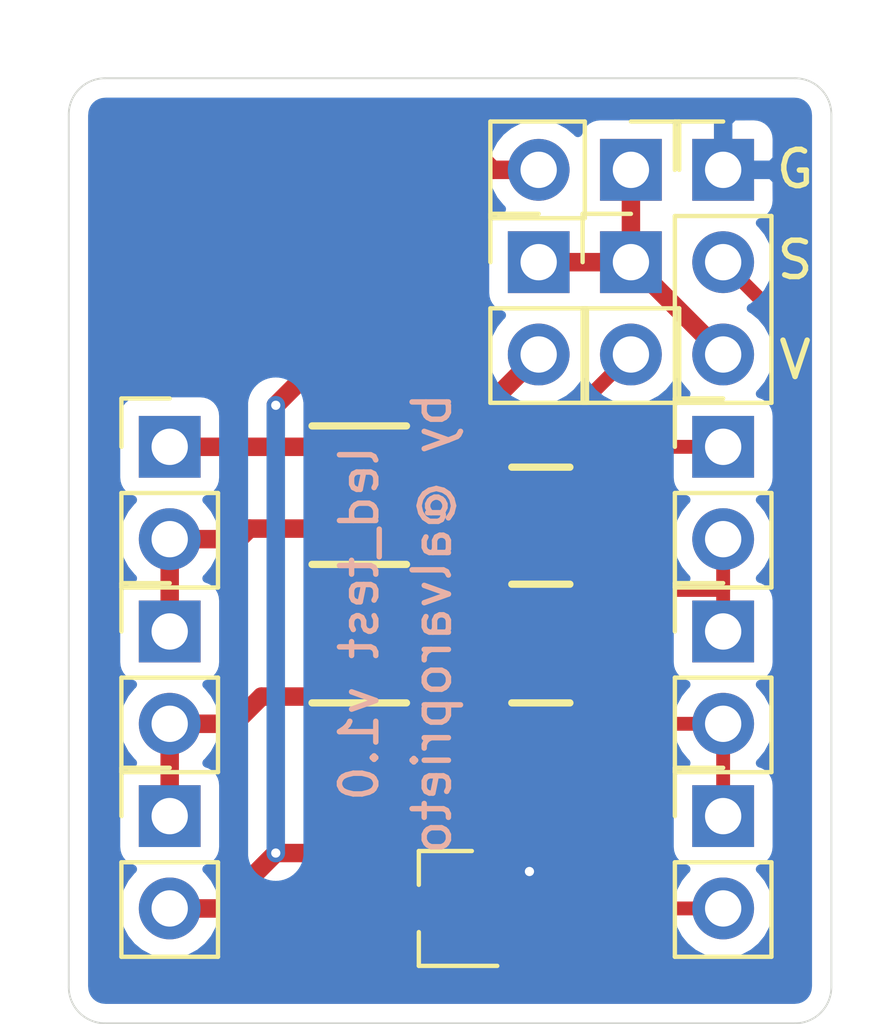
<source format=kicad_pcb>
(kicad_pcb (version 20171130) (host pcbnew "(5.1.4-0-10_14)")

  (general
    (thickness 1.6)
    (drawings 13)
    (tracks 76)
    (zones 0)
    (modules 19)
    (nets 12)
  )

  (page A4)
  (title_block
    (title "LED Test")
    (date 2019-12-11)
    (rev 1.0)
    (company @alvaroprieto)
  )

  (layers
    (0 F.Cu signal)
    (31 B.Cu signal)
    (32 B.Adhes user)
    (33 F.Adhes user)
    (34 B.Paste user)
    (35 F.Paste user)
    (36 B.SilkS user)
    (37 F.SilkS user)
    (38 B.Mask user)
    (39 F.Mask user)
    (40 Dwgs.User user)
    (41 Cmts.User user)
    (42 Eco1.User user)
    (43 Eco2.User user)
    (44 Edge.Cuts user)
    (45 Margin user)
    (46 B.CrtYd user)
    (47 F.CrtYd user)
    (48 B.Fab user)
    (49 F.Fab user)
  )

  (setup
    (last_trace_width 0.381)
    (user_trace_width 0.1524)
    (user_trace_width 0.2032)
    (user_trace_width 0.254)
    (user_trace_width 0.3048)
    (user_trace_width 0.381)
    (user_trace_width 0.508)
    (trace_clearance 0.1524)
    (zone_clearance 0.508)
    (zone_45_only no)
    (trace_min 0.1524)
    (via_size 0.508)
    (via_drill 0.254)
    (via_min_size 0.508)
    (via_min_drill 0.254)
    (user_via 0.508 0.254)
    (uvia_size 0.508)
    (uvia_drill 0.254)
    (uvias_allowed no)
    (uvia_min_size 0.508)
    (uvia_min_drill 0.254)
    (edge_width 0.05)
    (segment_width 0.2)
    (pcb_text_width 0.3)
    (pcb_text_size 1.5 1.5)
    (mod_edge_width 0.12)
    (mod_text_size 1 1)
    (mod_text_width 0.15)
    (pad_size 1.524 1.524)
    (pad_drill 0.762)
    (pad_to_mask_clearance 0.051)
    (solder_mask_min_width 0.25)
    (aux_axis_origin 0 0)
    (visible_elements FFFDFF7F)
    (pcbplotparams
      (layerselection 0x010fc_ffffffff)
      (usegerberextensions false)
      (usegerberattributes false)
      (usegerberadvancedattributes false)
      (creategerberjobfile false)
      (excludeedgelayer true)
      (linewidth 0.100000)
      (plotframeref false)
      (viasonmask false)
      (mode 1)
      (useauxorigin false)
      (hpglpennumber 1)
      (hpglpenspeed 20)
      (hpglpendiameter 15.000000)
      (psnegative false)
      (psa4output false)
      (plotreference true)
      (plotvalue true)
      (plotinvisibletext false)
      (padsonsilk false)
      (subtractmaskfromsilk false)
      (outputformat 1)
      (mirror false)
      (drillshape 1)
      (scaleselection 1)
      (outputdirectory ""))
  )

  (net 0 "")
  (net 1 "Net-(D1-Pad1)")
  (net 2 "Net-(D1-Pad2)")
  (net 3 "Net-(D2-Pad2)")
  (net 4 "Net-(D3-Pad2)")
  (net 5 "Net-(D4-Pad1)")
  (net 6 "Net-(D4-Pad2)")
  (net 7 "Net-(D5-Pad2)")
  (net 8 GND)
  (net 9 "Net-(J1-Pad2)")
  (net 10 VDD)
  (net 11 "Net-(J2-Pad2)")

  (net_class Default "This is the default net class."
    (clearance 0.1524)
    (trace_width 0.1524)
    (via_dia 0.508)
    (via_drill 0.254)
    (uvia_dia 0.508)
    (uvia_drill 0.254)
    (diff_pair_width 0.1524)
    (diff_pair_gap 0.1524)
    (add_net GND)
    (add_net "Net-(D1-Pad1)")
    (add_net "Net-(D1-Pad2)")
    (add_net "Net-(D2-Pad2)")
    (add_net "Net-(D3-Pad2)")
    (add_net "Net-(D4-Pad1)")
    (add_net "Net-(D4-Pad2)")
    (add_net "Net-(D5-Pad2)")
    (add_net "Net-(J1-Pad2)")
    (add_net "Net-(J2-Pad2)")
    (add_net VDD)
  )

  (module alvarop:OSRAM_LV_CQBP (layer F.Cu) (tedit 5DF181D6) (tstamp 5DF1D049)
    (at 150 105.265 270)
    (path /5DF263A6)
    (fp_text reference D1 (at 0 2.5 90) (layer F.SilkS) hide
      (effects (font (size 1 1) (thickness 0.15)))
    )
    (fp_text value LED_ALT (at 0 -2.25 90) (layer F.Fab)
      (effects (font (size 1 1) (thickness 0.15)))
    )
    (fp_line (start -1.7 1.3) (end -1.7 -1.3) (layer F.SilkS) (width 0.2))
    (pad "" smd rect (at 0 0.725 270) (size 0.9 1.15) (layers F.Paste))
    (pad "" smd rect (at -1.125 0 270) (size 0.4 2.8) (layers F.Paste))
    (pad "" smd rect (at 0 -0.725 270) (size 0.9 1.15) (layers F.Paste))
    (pad "" smd rect (at 1.125 0 270) (size 0.4 2.8) (layers F.Paste))
    (pad "" smd rect (at 0 0 270) (size 1 2.8) (layers F.Cu F.Mask))
    (pad 2 smd rect (at 1.125 0 270) (size 0.55 2.8) (layers F.Cu F.Mask)
      (net 2 "Net-(D1-Pad2)"))
    (pad 1 smd rect (at -1.125 0 270) (size 0.55 2.8) (layers F.Cu F.Mask)
      (net 1 "Net-(D1-Pad1)"))
  )

  (module alvarop:OSRAM_LV_CQBP (layer F.Cu) (tedit 5DF181D6) (tstamp 5DF1CC74)
    (at 150 109.075 270)
    (path /5DF263B1)
    (fp_text reference D2 (at 0 2.5 90) (layer F.SilkS) hide
      (effects (font (size 1 1) (thickness 0.15)))
    )
    (fp_text value LED_ALT (at 0 -2.25 90) (layer F.Fab)
      (effects (font (size 1 1) (thickness 0.15)))
    )
    (fp_line (start -1.7 1.3) (end -1.7 -1.3) (layer F.SilkS) (width 0.2))
    (pad "" smd rect (at 0 0.725 270) (size 0.9 1.15) (layers F.Paste))
    (pad "" smd rect (at -1.125 0 270) (size 0.4 2.8) (layers F.Paste))
    (pad "" smd rect (at 0 -0.725 270) (size 0.9 1.15) (layers F.Paste))
    (pad "" smd rect (at 1.125 0 270) (size 0.4 2.8) (layers F.Paste))
    (pad "" smd rect (at 0 0 270) (size 1 2.8) (layers F.Cu F.Mask))
    (pad 2 smd rect (at 1.125 0 270) (size 0.55 2.8) (layers F.Cu F.Mask)
      (net 3 "Net-(D2-Pad2)"))
    (pad 1 smd rect (at -1.125 0 270) (size 0.55 2.8) (layers F.Cu F.Mask)
      (net 2 "Net-(D1-Pad2)"))
  )

  (module alvarop:OSRAM_LV_CQBP (layer F.Cu) (tedit 5DF181D6) (tstamp 5DF1CC80)
    (at 150 112.885 270)
    (path /5DF263BB)
    (fp_text reference D3 (at 0 2.5 90) (layer F.SilkS) hide
      (effects (font (size 1 1) (thickness 0.15)))
    )
    (fp_text value LED_ALT (at 0 -2.25 90) (layer F.Fab)
      (effects (font (size 1 1) (thickness 0.15)))
    )
    (fp_line (start -1.7 1.3) (end -1.7 -1.3) (layer F.SilkS) (width 0.2))
    (pad "" smd rect (at 0 0.725 270) (size 0.9 1.15) (layers F.Paste))
    (pad "" smd rect (at -1.125 0 270) (size 0.4 2.8) (layers F.Paste))
    (pad "" smd rect (at 0 -0.725 270) (size 0.9 1.15) (layers F.Paste))
    (pad "" smd rect (at 1.125 0 270) (size 0.4 2.8) (layers F.Paste))
    (pad "" smd rect (at 0 0 270) (size 1 2.8) (layers F.Cu F.Mask))
    (pad 2 smd rect (at 1.125 0 270) (size 0.55 2.8) (layers F.Cu F.Mask)
      (net 4 "Net-(D3-Pad2)"))
    (pad 1 smd rect (at -1.125 0 270) (size 0.55 2.8) (layers F.Cu F.Mask)
      (net 3 "Net-(D2-Pad2)"))
  )

  (module alvarop:LUXEON_L1C1 (layer F.Cu) (tedit 5DF181C4) (tstamp 5DF1CC8B)
    (at 155 106 270)
    (path /5DF0A7D3)
    (fp_text reference D4 (at 0 2 90) (layer F.SilkS) hide
      (effects (font (size 1 1) (thickness 0.15)))
    )
    (fp_text value LED_ALT (at 0 -1.6 90) (layer F.Fab)
      (effects (font (size 1 1) (thickness 0.15)))
    )
    (fp_line (start -1.3 0.8) (end -1.3 -0.8) (layer F.SilkS) (width 0.2))
    (pad "" smd roundrect (at 0 0 270) (size 0.5 1.7) (layers F.Paste) (roundrect_rratio 0.25))
    (pad "" smd roundrect (at 0.725 0 270) (size 0.25 1.7) (layers F.Paste) (roundrect_rratio 0.25))
    (pad "" smd roundrect (at -0.725 0 270) (size 0.25 1.7) (layers F.Paste) (roundrect_rratio 0.25))
    (pad "" smd roundrect (at 0 0 270) (size 0.69 1.8) (layers F.Cu F.Mask) (roundrect_rratio 0.25))
    (pad 2 smd roundrect (at 0.725 0 270) (size 0.405 1.8) (layers F.Cu F.Mask) (roundrect_rratio 0.25)
      (net 6 "Net-(D4-Pad2)"))
    (pad 1 smd roundrect (at -0.725 0 270) (size 0.405 1.8) (layers F.Cu F.Mask) (roundrect_rratio 0.25)
      (net 5 "Net-(D4-Pad1)"))
  )

  (module alvarop:LUXEON_L1C1 (layer F.Cu) (tedit 5DF181C4) (tstamp 5DF1CC96)
    (at 155 109.22 270)
    (path /5DF146DD)
    (fp_text reference D5 (at 0 2 90) (layer F.SilkS) hide
      (effects (font (size 1 1) (thickness 0.15)))
    )
    (fp_text value LED_ALT (at 0 -1.6 90) (layer F.Fab)
      (effects (font (size 1 1) (thickness 0.15)))
    )
    (fp_line (start -1.3 0.8) (end -1.3 -0.8) (layer F.SilkS) (width 0.2))
    (pad "" smd roundrect (at 0 0 270) (size 0.5 1.7) (layers F.Paste) (roundrect_rratio 0.25))
    (pad "" smd roundrect (at 0.725 0 270) (size 0.25 1.7) (layers F.Paste) (roundrect_rratio 0.25))
    (pad "" smd roundrect (at -0.725 0 270) (size 0.25 1.7) (layers F.Paste) (roundrect_rratio 0.25))
    (pad "" smd roundrect (at 0 0 270) (size 0.69 1.8) (layers F.Cu F.Mask) (roundrect_rratio 0.25))
    (pad 2 smd roundrect (at 0.725 0 270) (size 0.405 1.8) (layers F.Cu F.Mask) (roundrect_rratio 0.25)
      (net 7 "Net-(D5-Pad2)"))
    (pad 1 smd roundrect (at -0.725 0 270) (size 0.405 1.8) (layers F.Cu F.Mask) (roundrect_rratio 0.25)
      (net 6 "Net-(D4-Pad2)"))
  )

  (module alvarop:LUXEON_L1C1 (layer F.Cu) (tedit 5DF181C4) (tstamp 5DF1CCA1)
    (at 155 112.485 270)
    (path /5DF14D64)
    (fp_text reference D6 (at 0 2 90) (layer F.SilkS) hide
      (effects (font (size 1 1) (thickness 0.15)))
    )
    (fp_text value LED_ALT (at 0 -1.6 90) (layer F.Fab)
      (effects (font (size 1 1) (thickness 0.15)))
    )
    (fp_line (start -1.3 0.8) (end -1.3 -0.8) (layer F.SilkS) (width 0.2))
    (pad "" smd roundrect (at 0 0 270) (size 0.5 1.7) (layers F.Paste) (roundrect_rratio 0.25))
    (pad "" smd roundrect (at 0.725 0 270) (size 0.25 1.7) (layers F.Paste) (roundrect_rratio 0.25))
    (pad "" smd roundrect (at -0.725 0 270) (size 0.25 1.7) (layers F.Paste) (roundrect_rratio 0.25))
    (pad "" smd roundrect (at 0 0 270) (size 0.69 1.8) (layers F.Cu F.Mask) (roundrect_rratio 0.25))
    (pad 2 smd roundrect (at 0.725 0 270) (size 0.405 1.8) (layers F.Cu F.Mask) (roundrect_rratio 0.25)
      (net 4 "Net-(D3-Pad2)"))
    (pad 1 smd roundrect (at -0.725 0 270) (size 0.405 1.8) (layers F.Cu F.Mask) (roundrect_rratio 0.25)
      (net 7 "Net-(D5-Pad2)"))
  )

  (module Connector_PinHeader_2.54mm:PinHeader_1x03_P2.54mm_Vertical (layer F.Cu) (tedit 59FED5CC) (tstamp 5DF1D2B7)
    (at 160.02 96.52)
    (descr "Through hole straight pin header, 1x03, 2.54mm pitch, single row")
    (tags "Through hole pin header THT 1x03 2.54mm single row")
    (path /5DF28A81)
    (fp_text reference J1 (at 0 -2.33) (layer F.SilkS) hide
      (effects (font (size 1 1) (thickness 0.15)))
    )
    (fp_text value Conn_01x03 (at 0 7.41) (layer F.Fab)
      (effects (font (size 1 1) (thickness 0.15)))
    )
    (fp_text user %R (at 0 2.54 90) (layer F.Fab)
      (effects (font (size 1 1) (thickness 0.15)))
    )
    (fp_line (start 1.8 -1.8) (end -1.8 -1.8) (layer F.CrtYd) (width 0.05))
    (fp_line (start 1.8 6.85) (end 1.8 -1.8) (layer F.CrtYd) (width 0.05))
    (fp_line (start -1.8 6.85) (end 1.8 6.85) (layer F.CrtYd) (width 0.05))
    (fp_line (start -1.8 -1.8) (end -1.8 6.85) (layer F.CrtYd) (width 0.05))
    (fp_line (start -1.33 -1.33) (end 0 -1.33) (layer F.SilkS) (width 0.12))
    (fp_line (start -1.33 0) (end -1.33 -1.33) (layer F.SilkS) (width 0.12))
    (fp_line (start -1.33 1.27) (end 1.33 1.27) (layer F.SilkS) (width 0.12))
    (fp_line (start 1.33 1.27) (end 1.33 6.41) (layer F.SilkS) (width 0.12))
    (fp_line (start -1.33 1.27) (end -1.33 6.41) (layer F.SilkS) (width 0.12))
    (fp_line (start -1.33 6.41) (end 1.33 6.41) (layer F.SilkS) (width 0.12))
    (fp_line (start -1.27 -0.635) (end -0.635 -1.27) (layer F.Fab) (width 0.1))
    (fp_line (start -1.27 6.35) (end -1.27 -0.635) (layer F.Fab) (width 0.1))
    (fp_line (start 1.27 6.35) (end -1.27 6.35) (layer F.Fab) (width 0.1))
    (fp_line (start 1.27 -1.27) (end 1.27 6.35) (layer F.Fab) (width 0.1))
    (fp_line (start -0.635 -1.27) (end 1.27 -1.27) (layer F.Fab) (width 0.1))
    (pad 3 thru_hole oval (at 0 5.08) (size 1.7 1.7) (drill 1) (layers *.Cu *.Mask)
      (net 10 VDD))
    (pad 2 thru_hole oval (at 0 2.54) (size 1.7 1.7) (drill 1) (layers *.Cu *.Mask)
      (net 9 "Net-(J1-Pad2)"))
    (pad 1 thru_hole rect (at 0 0) (size 1.7 1.7) (drill 1) (layers *.Cu *.Mask)
      (net 8 GND))
    (model ${KISYS3DMOD}/Connector_PinHeader_2.54mm.3dshapes/PinHeader_1x03_P2.54mm_Vertical.wrl
      (at (xyz 0 0 0))
      (scale (xyz 1 1 1))
      (rotate (xyz 0 0 0))
    )
  )

  (module Connector_PinHeader_2.54mm:PinHeader_1x02_P2.54mm_Vertical (layer F.Cu) (tedit 59FED5CC) (tstamp 5DF1D350)
    (at 157.48 96.52 270)
    (descr "Through hole straight pin header, 1x02, 2.54mm pitch, single row")
    (tags "Through hole pin header THT 1x02 2.54mm single row")
    (path /5DFB23F6)
    (fp_text reference J2 (at 0 -2.33 90) (layer F.SilkS) hide
      (effects (font (size 1 1) (thickness 0.15)))
    )
    (fp_text value Conn_01x02 (at 0 4.87 90) (layer F.Fab)
      (effects (font (size 1 1) (thickness 0.15)))
    )
    (fp_text user %R (at 0 1.27) (layer F.Fab)
      (effects (font (size 1 1) (thickness 0.15)))
    )
    (fp_line (start 1.8 -1.8) (end -1.8 -1.8) (layer F.CrtYd) (width 0.05))
    (fp_line (start 1.8 4.35) (end 1.8 -1.8) (layer F.CrtYd) (width 0.05))
    (fp_line (start -1.8 4.35) (end 1.8 4.35) (layer F.CrtYd) (width 0.05))
    (fp_line (start -1.8 -1.8) (end -1.8 4.35) (layer F.CrtYd) (width 0.05))
    (fp_line (start -1.33 -1.33) (end 0 -1.33) (layer F.SilkS) (width 0.12))
    (fp_line (start -1.33 0) (end -1.33 -1.33) (layer F.SilkS) (width 0.12))
    (fp_line (start -1.33 1.27) (end 1.33 1.27) (layer F.SilkS) (width 0.12))
    (fp_line (start 1.33 1.27) (end 1.33 3.87) (layer F.SilkS) (width 0.12))
    (fp_line (start -1.33 1.27) (end -1.33 3.87) (layer F.SilkS) (width 0.12))
    (fp_line (start -1.33 3.87) (end 1.33 3.87) (layer F.SilkS) (width 0.12))
    (fp_line (start -1.27 -0.635) (end -0.635 -1.27) (layer F.Fab) (width 0.1))
    (fp_line (start -1.27 3.81) (end -1.27 -0.635) (layer F.Fab) (width 0.1))
    (fp_line (start 1.27 3.81) (end -1.27 3.81) (layer F.Fab) (width 0.1))
    (fp_line (start 1.27 -1.27) (end 1.27 3.81) (layer F.Fab) (width 0.1))
    (fp_line (start -0.635 -1.27) (end 1.27 -1.27) (layer F.Fab) (width 0.1))
    (pad 2 thru_hole oval (at 0 2.54 270) (size 1.7 1.7) (drill 1) (layers *.Cu *.Mask)
      (net 11 "Net-(J2-Pad2)"))
    (pad 1 thru_hole rect (at 0 0 270) (size 1.7 1.7) (drill 1) (layers *.Cu *.Mask)
      (net 10 VDD))
    (model ${KISYS3DMOD}/Connector_PinHeader_2.54mm.3dshapes/PinHeader_1x02_P2.54mm_Vertical.wrl
      (at (xyz 0 0 0))
      (scale (xyz 1 1 1))
      (rotate (xyz 0 0 0))
    )
  )

  (module Connector_PinHeader_2.54mm:PinHeader_1x02_P2.54mm_Vertical (layer F.Cu) (tedit 59FED5CC) (tstamp 5DF1CCE4)
    (at 154.94 99.06)
    (descr "Through hole straight pin header, 1x02, 2.54mm pitch, single row")
    (tags "Through hole pin header THT 1x02 2.54mm single row")
    (path /5DF9B8D9)
    (fp_text reference J3 (at 0 -2.33) (layer F.SilkS) hide
      (effects (font (size 1 1) (thickness 0.15)))
    )
    (fp_text value Conn_01x02 (at 0 4.87) (layer F.Fab)
      (effects (font (size 1 1) (thickness 0.15)))
    )
    (fp_text user %R (at 0 1.27 90) (layer F.Fab)
      (effects (font (size 1 1) (thickness 0.15)))
    )
    (fp_line (start 1.8 -1.8) (end -1.8 -1.8) (layer F.CrtYd) (width 0.05))
    (fp_line (start 1.8 4.35) (end 1.8 -1.8) (layer F.CrtYd) (width 0.05))
    (fp_line (start -1.8 4.35) (end 1.8 4.35) (layer F.CrtYd) (width 0.05))
    (fp_line (start -1.8 -1.8) (end -1.8 4.35) (layer F.CrtYd) (width 0.05))
    (fp_line (start -1.33 -1.33) (end 0 -1.33) (layer F.SilkS) (width 0.12))
    (fp_line (start -1.33 0) (end -1.33 -1.33) (layer F.SilkS) (width 0.12))
    (fp_line (start -1.33 1.27) (end 1.33 1.27) (layer F.SilkS) (width 0.12))
    (fp_line (start 1.33 1.27) (end 1.33 3.87) (layer F.SilkS) (width 0.12))
    (fp_line (start -1.33 1.27) (end -1.33 3.87) (layer F.SilkS) (width 0.12))
    (fp_line (start -1.33 3.87) (end 1.33 3.87) (layer F.SilkS) (width 0.12))
    (fp_line (start -1.27 -0.635) (end -0.635 -1.27) (layer F.Fab) (width 0.1))
    (fp_line (start -1.27 3.81) (end -1.27 -0.635) (layer F.Fab) (width 0.1))
    (fp_line (start 1.27 3.81) (end -1.27 3.81) (layer F.Fab) (width 0.1))
    (fp_line (start 1.27 -1.27) (end 1.27 3.81) (layer F.Fab) (width 0.1))
    (fp_line (start -0.635 -1.27) (end 1.27 -1.27) (layer F.Fab) (width 0.1))
    (pad 2 thru_hole oval (at 0 2.54) (size 1.7 1.7) (drill 1) (layers *.Cu *.Mask)
      (net 1 "Net-(D1-Pad1)"))
    (pad 1 thru_hole rect (at 0 0) (size 1.7 1.7) (drill 1) (layers *.Cu *.Mask)
      (net 10 VDD))
    (model ${KISYS3DMOD}/Connector_PinHeader_2.54mm.3dshapes/PinHeader_1x02_P2.54mm_Vertical.wrl
      (at (xyz 0 0 0))
      (scale (xyz 1 1 1))
      (rotate (xyz 0 0 0))
    )
  )

  (module Connector_PinHeader_2.54mm:PinHeader_1x02_P2.54mm_Vertical (layer F.Cu) (tedit 59FED5CC) (tstamp 5DF1CCFA)
    (at 144.78 104.14)
    (descr "Through hole straight pin header, 1x02, 2.54mm pitch, single row")
    (tags "Through hole pin header THT 1x02 2.54mm single row")
    (path /5DF7CC67)
    (fp_text reference J4 (at 2 1 90) (layer F.SilkS) hide
      (effects (font (size 1 1) (thickness 0.15)))
    )
    (fp_text value Conn_01x02 (at 0 4.87) (layer F.Fab)
      (effects (font (size 1 1) (thickness 0.15)))
    )
    (fp_text user %R (at 0 1.27 90) (layer F.Fab)
      (effects (font (size 1 1) (thickness 0.15)))
    )
    (fp_line (start 1.8 -1.8) (end -1.8 -1.8) (layer F.CrtYd) (width 0.05))
    (fp_line (start 1.8 4.35) (end 1.8 -1.8) (layer F.CrtYd) (width 0.05))
    (fp_line (start -1.8 4.35) (end 1.8 4.35) (layer F.CrtYd) (width 0.05))
    (fp_line (start -1.8 -1.8) (end -1.8 4.35) (layer F.CrtYd) (width 0.05))
    (fp_line (start -1.33 -1.33) (end 0 -1.33) (layer F.SilkS) (width 0.12))
    (fp_line (start -1.33 0) (end -1.33 -1.33) (layer F.SilkS) (width 0.12))
    (fp_line (start -1.33 1.27) (end 1.33 1.27) (layer F.SilkS) (width 0.12))
    (fp_line (start 1.33 1.27) (end 1.33 3.87) (layer F.SilkS) (width 0.12))
    (fp_line (start -1.33 1.27) (end -1.33 3.87) (layer F.SilkS) (width 0.12))
    (fp_line (start -1.33 3.87) (end 1.33 3.87) (layer F.SilkS) (width 0.12))
    (fp_line (start -1.27 -0.635) (end -0.635 -1.27) (layer F.Fab) (width 0.1))
    (fp_line (start -1.27 3.81) (end -1.27 -0.635) (layer F.Fab) (width 0.1))
    (fp_line (start 1.27 3.81) (end -1.27 3.81) (layer F.Fab) (width 0.1))
    (fp_line (start 1.27 -1.27) (end 1.27 3.81) (layer F.Fab) (width 0.1))
    (fp_line (start -0.635 -1.27) (end 1.27 -1.27) (layer F.Fab) (width 0.1))
    (pad 2 thru_hole oval (at 0 2.54) (size 1.7 1.7) (drill 1) (layers *.Cu *.Mask)
      (net 2 "Net-(D1-Pad2)"))
    (pad 1 thru_hole rect (at 0 0) (size 1.7 1.7) (drill 1) (layers *.Cu *.Mask)
      (net 1 "Net-(D1-Pad1)"))
    (model ${KISYS3DMOD}/Connector_PinHeader_2.54mm.3dshapes/PinHeader_1x02_P2.54mm_Vertical.wrl
      (at (xyz 0 0 0))
      (scale (xyz 1 1 1))
      (rotate (xyz 0 0 0))
    )
  )

  (module Connector_PinHeader_2.54mm:PinHeader_1x02_P2.54mm_Vertical (layer F.Cu) (tedit 59FED5CC) (tstamp 5DF1CD10)
    (at 144.78 109.22)
    (descr "Through hole straight pin header, 1x02, 2.54mm pitch, single row")
    (tags "Through hole pin header THT 1x02 2.54mm single row")
    (path /5DF7CC71)
    (fp_text reference J5 (at 2 1 90) (layer F.SilkS) hide
      (effects (font (size 1 1) (thickness 0.15)))
    )
    (fp_text value Conn_01x02 (at 0 4.87) (layer F.Fab)
      (effects (font (size 1 1) (thickness 0.15)))
    )
    (fp_text user %R (at 0 1.27 90) (layer F.Fab)
      (effects (font (size 1 1) (thickness 0.15)))
    )
    (fp_line (start 1.8 -1.8) (end -1.8 -1.8) (layer F.CrtYd) (width 0.05))
    (fp_line (start 1.8 4.35) (end 1.8 -1.8) (layer F.CrtYd) (width 0.05))
    (fp_line (start -1.8 4.35) (end 1.8 4.35) (layer F.CrtYd) (width 0.05))
    (fp_line (start -1.8 -1.8) (end -1.8 4.35) (layer F.CrtYd) (width 0.05))
    (fp_line (start -1.33 -1.33) (end 0 -1.33) (layer F.SilkS) (width 0.12))
    (fp_line (start -1.33 0) (end -1.33 -1.33) (layer F.SilkS) (width 0.12))
    (fp_line (start -1.33 1.27) (end 1.33 1.27) (layer F.SilkS) (width 0.12))
    (fp_line (start 1.33 1.27) (end 1.33 3.87) (layer F.SilkS) (width 0.12))
    (fp_line (start -1.33 1.27) (end -1.33 3.87) (layer F.SilkS) (width 0.12))
    (fp_line (start -1.33 3.87) (end 1.33 3.87) (layer F.SilkS) (width 0.12))
    (fp_line (start -1.27 -0.635) (end -0.635 -1.27) (layer F.Fab) (width 0.1))
    (fp_line (start -1.27 3.81) (end -1.27 -0.635) (layer F.Fab) (width 0.1))
    (fp_line (start 1.27 3.81) (end -1.27 3.81) (layer F.Fab) (width 0.1))
    (fp_line (start 1.27 -1.27) (end 1.27 3.81) (layer F.Fab) (width 0.1))
    (fp_line (start -0.635 -1.27) (end 1.27 -1.27) (layer F.Fab) (width 0.1))
    (pad 2 thru_hole oval (at 0 2.54) (size 1.7 1.7) (drill 1) (layers *.Cu *.Mask)
      (net 3 "Net-(D2-Pad2)"))
    (pad 1 thru_hole rect (at 0 0) (size 1.7 1.7) (drill 1) (layers *.Cu *.Mask)
      (net 2 "Net-(D1-Pad2)"))
    (model ${KISYS3DMOD}/Connector_PinHeader_2.54mm.3dshapes/PinHeader_1x02_P2.54mm_Vertical.wrl
      (at (xyz 0 0 0))
      (scale (xyz 1 1 1))
      (rotate (xyz 0 0 0))
    )
  )

  (module Connector_PinHeader_2.54mm:PinHeader_1x02_P2.54mm_Vertical (layer F.Cu) (tedit 59FED5CC) (tstamp 5DF1CD26)
    (at 144.78 114.3)
    (descr "Through hole straight pin header, 1x02, 2.54mm pitch, single row")
    (tags "Through hole pin header THT 1x02 2.54mm single row")
    (path /5DF7CC7B)
    (fp_text reference J6 (at 2 1 90) (layer F.SilkS) hide
      (effects (font (size 1 1) (thickness 0.15)))
    )
    (fp_text value Conn_01x02 (at 0 4.87) (layer F.Fab)
      (effects (font (size 1 1) (thickness 0.15)))
    )
    (fp_text user %R (at 0 1.27 90) (layer F.Fab)
      (effects (font (size 1 1) (thickness 0.15)))
    )
    (fp_line (start 1.8 -1.8) (end -1.8 -1.8) (layer F.CrtYd) (width 0.05))
    (fp_line (start 1.8 4.35) (end 1.8 -1.8) (layer F.CrtYd) (width 0.05))
    (fp_line (start -1.8 4.35) (end 1.8 4.35) (layer F.CrtYd) (width 0.05))
    (fp_line (start -1.8 -1.8) (end -1.8 4.35) (layer F.CrtYd) (width 0.05))
    (fp_line (start -1.33 -1.33) (end 0 -1.33) (layer F.SilkS) (width 0.12))
    (fp_line (start -1.33 0) (end -1.33 -1.33) (layer F.SilkS) (width 0.12))
    (fp_line (start -1.33 1.27) (end 1.33 1.27) (layer F.SilkS) (width 0.12))
    (fp_line (start 1.33 1.27) (end 1.33 3.87) (layer F.SilkS) (width 0.12))
    (fp_line (start -1.33 1.27) (end -1.33 3.87) (layer F.SilkS) (width 0.12))
    (fp_line (start -1.33 3.87) (end 1.33 3.87) (layer F.SilkS) (width 0.12))
    (fp_line (start -1.27 -0.635) (end -0.635 -1.27) (layer F.Fab) (width 0.1))
    (fp_line (start -1.27 3.81) (end -1.27 -0.635) (layer F.Fab) (width 0.1))
    (fp_line (start 1.27 3.81) (end -1.27 3.81) (layer F.Fab) (width 0.1))
    (fp_line (start 1.27 -1.27) (end 1.27 3.81) (layer F.Fab) (width 0.1))
    (fp_line (start -0.635 -1.27) (end 1.27 -1.27) (layer F.Fab) (width 0.1))
    (pad 2 thru_hole oval (at 0 2.54) (size 1.7 1.7) (drill 1) (layers *.Cu *.Mask)
      (net 4 "Net-(D3-Pad2)"))
    (pad 1 thru_hole rect (at 0 0) (size 1.7 1.7) (drill 1) (layers *.Cu *.Mask)
      (net 3 "Net-(D2-Pad2)"))
    (model ${KISYS3DMOD}/Connector_PinHeader_2.54mm.3dshapes/PinHeader_1x02_P2.54mm_Vertical.wrl
      (at (xyz 0 0 0))
      (scale (xyz 1 1 1))
      (rotate (xyz 0 0 0))
    )
  )

  (module Connector_PinHeader_2.54mm:PinHeader_1x02_P2.54mm_Vertical (layer F.Cu) (tedit 59FED5CC) (tstamp 5DF1CD3C)
    (at 157.48 99.06)
    (descr "Through hole straight pin header, 1x02, 2.54mm pitch, single row")
    (tags "Through hole pin header THT 1x02 2.54mm single row")
    (path /5DF9B485)
    (fp_text reference J7 (at 0 -2.33) (layer F.SilkS) hide
      (effects (font (size 1 1) (thickness 0.15)))
    )
    (fp_text value Conn_01x02 (at 0 4.87) (layer F.Fab)
      (effects (font (size 1 1) (thickness 0.15)))
    )
    (fp_text user %R (at 0 1.27 90) (layer F.Fab)
      (effects (font (size 1 1) (thickness 0.15)))
    )
    (fp_line (start 1.8 -1.8) (end -1.8 -1.8) (layer F.CrtYd) (width 0.05))
    (fp_line (start 1.8 4.35) (end 1.8 -1.8) (layer F.CrtYd) (width 0.05))
    (fp_line (start -1.8 4.35) (end 1.8 4.35) (layer F.CrtYd) (width 0.05))
    (fp_line (start -1.8 -1.8) (end -1.8 4.35) (layer F.CrtYd) (width 0.05))
    (fp_line (start -1.33 -1.33) (end 0 -1.33) (layer F.SilkS) (width 0.12))
    (fp_line (start -1.33 0) (end -1.33 -1.33) (layer F.SilkS) (width 0.12))
    (fp_line (start -1.33 1.27) (end 1.33 1.27) (layer F.SilkS) (width 0.12))
    (fp_line (start 1.33 1.27) (end 1.33 3.87) (layer F.SilkS) (width 0.12))
    (fp_line (start -1.33 1.27) (end -1.33 3.87) (layer F.SilkS) (width 0.12))
    (fp_line (start -1.33 3.87) (end 1.33 3.87) (layer F.SilkS) (width 0.12))
    (fp_line (start -1.27 -0.635) (end -0.635 -1.27) (layer F.Fab) (width 0.1))
    (fp_line (start -1.27 3.81) (end -1.27 -0.635) (layer F.Fab) (width 0.1))
    (fp_line (start 1.27 3.81) (end -1.27 3.81) (layer F.Fab) (width 0.1))
    (fp_line (start 1.27 -1.27) (end 1.27 3.81) (layer F.Fab) (width 0.1))
    (fp_line (start -0.635 -1.27) (end 1.27 -1.27) (layer F.Fab) (width 0.1))
    (pad 2 thru_hole oval (at 0 2.54) (size 1.7 1.7) (drill 1) (layers *.Cu *.Mask)
      (net 5 "Net-(D4-Pad1)"))
    (pad 1 thru_hole rect (at 0 0) (size 1.7 1.7) (drill 1) (layers *.Cu *.Mask)
      (net 10 VDD))
    (model ${KISYS3DMOD}/Connector_PinHeader_2.54mm.3dshapes/PinHeader_1x02_P2.54mm_Vertical.wrl
      (at (xyz 0 0 0))
      (scale (xyz 1 1 1))
      (rotate (xyz 0 0 0))
    )
  )

  (module Connector_PinHeader_2.54mm:PinHeader_1x02_P2.54mm_Vertical (layer F.Cu) (tedit 59FED5CC) (tstamp 5DF1CD52)
    (at 160.02 104.14)
    (descr "Through hole straight pin header, 1x02, 2.54mm pitch, single row")
    (tags "Through hole pin header THT 1x02 2.54mm single row")
    (path /5DF1A204)
    (fp_text reference J8 (at -2 1 90) (layer F.SilkS) hide
      (effects (font (size 1 1) (thickness 0.15)))
    )
    (fp_text value Conn_01x02 (at 0 4.87) (layer F.Fab)
      (effects (font (size 1 1) (thickness 0.15)))
    )
    (fp_text user %R (at 0 1.27 90) (layer F.Fab)
      (effects (font (size 1 1) (thickness 0.15)))
    )
    (fp_line (start 1.8 -1.8) (end -1.8 -1.8) (layer F.CrtYd) (width 0.05))
    (fp_line (start 1.8 4.35) (end 1.8 -1.8) (layer F.CrtYd) (width 0.05))
    (fp_line (start -1.8 4.35) (end 1.8 4.35) (layer F.CrtYd) (width 0.05))
    (fp_line (start -1.8 -1.8) (end -1.8 4.35) (layer F.CrtYd) (width 0.05))
    (fp_line (start -1.33 -1.33) (end 0 -1.33) (layer F.SilkS) (width 0.12))
    (fp_line (start -1.33 0) (end -1.33 -1.33) (layer F.SilkS) (width 0.12))
    (fp_line (start -1.33 1.27) (end 1.33 1.27) (layer F.SilkS) (width 0.12))
    (fp_line (start 1.33 1.27) (end 1.33 3.87) (layer F.SilkS) (width 0.12))
    (fp_line (start -1.33 1.27) (end -1.33 3.87) (layer F.SilkS) (width 0.12))
    (fp_line (start -1.33 3.87) (end 1.33 3.87) (layer F.SilkS) (width 0.12))
    (fp_line (start -1.27 -0.635) (end -0.635 -1.27) (layer F.Fab) (width 0.1))
    (fp_line (start -1.27 3.81) (end -1.27 -0.635) (layer F.Fab) (width 0.1))
    (fp_line (start 1.27 3.81) (end -1.27 3.81) (layer F.Fab) (width 0.1))
    (fp_line (start 1.27 -1.27) (end 1.27 3.81) (layer F.Fab) (width 0.1))
    (fp_line (start -0.635 -1.27) (end 1.27 -1.27) (layer F.Fab) (width 0.1))
    (pad 2 thru_hole oval (at 0 2.54) (size 1.7 1.7) (drill 1) (layers *.Cu *.Mask)
      (net 6 "Net-(D4-Pad2)"))
    (pad 1 thru_hole rect (at 0 0) (size 1.7 1.7) (drill 1) (layers *.Cu *.Mask)
      (net 5 "Net-(D4-Pad1)"))
    (model ${KISYS3DMOD}/Connector_PinHeader_2.54mm.3dshapes/PinHeader_1x02_P2.54mm_Vertical.wrl
      (at (xyz 0 0 0))
      (scale (xyz 1 1 1))
      (rotate (xyz 0 0 0))
    )
  )

  (module Connector_PinHeader_2.54mm:PinHeader_1x02_P2.54mm_Vertical (layer F.Cu) (tedit 59FED5CC) (tstamp 5DF1CD68)
    (at 160.02 109.22)
    (descr "Through hole straight pin header, 1x02, 2.54mm pitch, single row")
    (tags "Through hole pin header THT 1x02 2.54mm single row")
    (path /5DF1A6C4)
    (fp_text reference J9 (at -2 1 90) (layer F.SilkS) hide
      (effects (font (size 1 1) (thickness 0.15)))
    )
    (fp_text value Conn_01x02 (at 0 4.87) (layer F.Fab)
      (effects (font (size 1 1) (thickness 0.15)))
    )
    (fp_text user %R (at 0 1.27 90) (layer F.Fab)
      (effects (font (size 1 1) (thickness 0.15)))
    )
    (fp_line (start 1.8 -1.8) (end -1.8 -1.8) (layer F.CrtYd) (width 0.05))
    (fp_line (start 1.8 4.35) (end 1.8 -1.8) (layer F.CrtYd) (width 0.05))
    (fp_line (start -1.8 4.35) (end 1.8 4.35) (layer F.CrtYd) (width 0.05))
    (fp_line (start -1.8 -1.8) (end -1.8 4.35) (layer F.CrtYd) (width 0.05))
    (fp_line (start -1.33 -1.33) (end 0 -1.33) (layer F.SilkS) (width 0.12))
    (fp_line (start -1.33 0) (end -1.33 -1.33) (layer F.SilkS) (width 0.12))
    (fp_line (start -1.33 1.27) (end 1.33 1.27) (layer F.SilkS) (width 0.12))
    (fp_line (start 1.33 1.27) (end 1.33 3.87) (layer F.SilkS) (width 0.12))
    (fp_line (start -1.33 1.27) (end -1.33 3.87) (layer F.SilkS) (width 0.12))
    (fp_line (start -1.33 3.87) (end 1.33 3.87) (layer F.SilkS) (width 0.12))
    (fp_line (start -1.27 -0.635) (end -0.635 -1.27) (layer F.Fab) (width 0.1))
    (fp_line (start -1.27 3.81) (end -1.27 -0.635) (layer F.Fab) (width 0.1))
    (fp_line (start 1.27 3.81) (end -1.27 3.81) (layer F.Fab) (width 0.1))
    (fp_line (start 1.27 -1.27) (end 1.27 3.81) (layer F.Fab) (width 0.1))
    (fp_line (start -0.635 -1.27) (end 1.27 -1.27) (layer F.Fab) (width 0.1))
    (pad 2 thru_hole oval (at 0 2.54) (size 1.7 1.7) (drill 1) (layers *.Cu *.Mask)
      (net 7 "Net-(D5-Pad2)"))
    (pad 1 thru_hole rect (at 0 0) (size 1.7 1.7) (drill 1) (layers *.Cu *.Mask)
      (net 6 "Net-(D4-Pad2)"))
    (model ${KISYS3DMOD}/Connector_PinHeader_2.54mm.3dshapes/PinHeader_1x02_P2.54mm_Vertical.wrl
      (at (xyz 0 0 0))
      (scale (xyz 1 1 1))
      (rotate (xyz 0 0 0))
    )
  )

  (module Connector_PinHeader_2.54mm:PinHeader_1x02_P2.54mm_Vertical (layer F.Cu) (tedit 59FED5CC) (tstamp 5DF1CD7E)
    (at 160.02 114.3)
    (descr "Through hole straight pin header, 1x02, 2.54mm pitch, single row")
    (tags "Through hole pin header THT 1x02 2.54mm single row")
    (path /5DF1AA02)
    (fp_text reference J10 (at -3 1 90) (layer F.SilkS) hide
      (effects (font (size 1 1) (thickness 0.15)))
    )
    (fp_text value Conn_01x02 (at 0 4.87) (layer F.Fab)
      (effects (font (size 1 1) (thickness 0.15)))
    )
    (fp_text user %R (at 0 1.27 90) (layer F.Fab)
      (effects (font (size 1 1) (thickness 0.15)))
    )
    (fp_line (start 1.8 -1.8) (end -1.8 -1.8) (layer F.CrtYd) (width 0.05))
    (fp_line (start 1.8 4.35) (end 1.8 -1.8) (layer F.CrtYd) (width 0.05))
    (fp_line (start -1.8 4.35) (end 1.8 4.35) (layer F.CrtYd) (width 0.05))
    (fp_line (start -1.8 -1.8) (end -1.8 4.35) (layer F.CrtYd) (width 0.05))
    (fp_line (start -1.33 -1.33) (end 0 -1.33) (layer F.SilkS) (width 0.12))
    (fp_line (start -1.33 0) (end -1.33 -1.33) (layer F.SilkS) (width 0.12))
    (fp_line (start -1.33 1.27) (end 1.33 1.27) (layer F.SilkS) (width 0.12))
    (fp_line (start 1.33 1.27) (end 1.33 3.87) (layer F.SilkS) (width 0.12))
    (fp_line (start -1.33 1.27) (end -1.33 3.87) (layer F.SilkS) (width 0.12))
    (fp_line (start -1.33 3.87) (end 1.33 3.87) (layer F.SilkS) (width 0.12))
    (fp_line (start -1.27 -0.635) (end -0.635 -1.27) (layer F.Fab) (width 0.1))
    (fp_line (start -1.27 3.81) (end -1.27 -0.635) (layer F.Fab) (width 0.1))
    (fp_line (start 1.27 3.81) (end -1.27 3.81) (layer F.Fab) (width 0.1))
    (fp_line (start 1.27 -1.27) (end 1.27 3.81) (layer F.Fab) (width 0.1))
    (fp_line (start -0.635 -1.27) (end 1.27 -1.27) (layer F.Fab) (width 0.1))
    (pad 2 thru_hole oval (at 0 2.54) (size 1.7 1.7) (drill 1) (layers *.Cu *.Mask)
      (net 4 "Net-(D3-Pad2)"))
    (pad 1 thru_hole rect (at 0 0) (size 1.7 1.7) (drill 1) (layers *.Cu *.Mask)
      (net 7 "Net-(D5-Pad2)"))
    (model ${KISYS3DMOD}/Connector_PinHeader_2.54mm.3dshapes/PinHeader_1x02_P2.54mm_Vertical.wrl
      (at (xyz 0 0 0))
      (scale (xyz 1 1 1))
      (rotate (xyz 0 0 0))
    )
  )

  (module alvarop:BOURNS_SRR6028 (layer F.Cu) (tedit 5DF06AFC) (tstamp 5DF1CD84)
    (at 148.59 98.425)
    (path /5DF09E7D)
    (fp_text reference L1 (at 0 5) (layer F.SilkS) hide
      (effects (font (size 1 1) (thickness 0.15)))
    )
    (fp_text value 1m (at 0 -5) (layer F.Fab)
      (effects (font (size 1 1) (thickness 0.15)))
    )
    (pad 2 smd custom (at 0 3.175 180) (size 7.3 0.95) (layers F.Cu F.Paste F.Mask)
      (net 4 "Net-(D3-Pad2)") (zone_connect 0)
      (options (clearance outline) (anchor rect))
      (primitives
        (gr_poly (pts
           (xy -3.65 0.475) (xy -0.9 0.475) (xy -2.7 2.125) (xy -3.65 2.125)) (width 0))
        (gr_poly (pts
           (xy 3.65 0.475) (xy 0.9 0.475) (xy 2.7 2.125) (xy 3.65 2.125)) (width 0))
      ))
    (pad 1 smd custom (at 0 -3.175) (size 7.3 0.95) (layers F.Cu F.Paste F.Mask)
      (net 11 "Net-(J2-Pad2)") (zone_connect 0)
      (options (clearance outline) (anchor rect))
      (primitives
        (gr_poly (pts
           (xy -3.65 0.475) (xy -0.9 0.475) (xy -2.7 2.125) (xy -3.65 2.125)) (width 0))
        (gr_poly (pts
           (xy 3.65 0.475) (xy 0.9 0.475) (xy 2.7 2.125) (xy 3.65 2.125)) (width 0))
      ))
  )

  (module Package_TO_SOT_SMD:SOT-23 (layer F.Cu) (tedit 5A02FF57) (tstamp 5DF1CD99)
    (at 152.4 116.84 180)
    (descr "SOT-23, Standard")
    (tags SOT-23)
    (path /5DF09691)
    (attr smd)
    (fp_text reference Q1 (at 0 -2.5) (layer F.SilkS) hide
      (effects (font (size 1 1) (thickness 0.15)))
    )
    (fp_text value IRLML6244 (at 0 2.5) (layer F.Fab)
      (effects (font (size 1 1) (thickness 0.15)))
    )
    (fp_line (start 0.76 1.58) (end -0.7 1.58) (layer F.SilkS) (width 0.12))
    (fp_line (start 0.76 -1.58) (end -1.4 -1.58) (layer F.SilkS) (width 0.12))
    (fp_line (start -1.7 1.75) (end -1.7 -1.75) (layer F.CrtYd) (width 0.05))
    (fp_line (start 1.7 1.75) (end -1.7 1.75) (layer F.CrtYd) (width 0.05))
    (fp_line (start 1.7 -1.75) (end 1.7 1.75) (layer F.CrtYd) (width 0.05))
    (fp_line (start -1.7 -1.75) (end 1.7 -1.75) (layer F.CrtYd) (width 0.05))
    (fp_line (start 0.76 -1.58) (end 0.76 -0.65) (layer F.SilkS) (width 0.12))
    (fp_line (start 0.76 1.58) (end 0.76 0.65) (layer F.SilkS) (width 0.12))
    (fp_line (start -0.7 1.52) (end 0.7 1.52) (layer F.Fab) (width 0.1))
    (fp_line (start 0.7 -1.52) (end 0.7 1.52) (layer F.Fab) (width 0.1))
    (fp_line (start -0.7 -0.95) (end -0.15 -1.52) (layer F.Fab) (width 0.1))
    (fp_line (start -0.15 -1.52) (end 0.7 -1.52) (layer F.Fab) (width 0.1))
    (fp_line (start -0.7 -0.95) (end -0.7 1.5) (layer F.Fab) (width 0.1))
    (fp_text user %R (at 0 0 90) (layer F.Fab)
      (effects (font (size 0.5 0.5) (thickness 0.075)))
    )
    (pad 3 smd rect (at 1 0 180) (size 0.9 0.8) (layers F.Cu F.Paste F.Mask)
      (net 4 "Net-(D3-Pad2)"))
    (pad 2 smd rect (at -1 0.95 180) (size 0.9 0.8) (layers F.Cu F.Paste F.Mask)
      (net 8 GND))
    (pad 1 smd rect (at -1 -0.95 180) (size 0.9 0.8) (layers F.Cu F.Paste F.Mask)
      (net 9 "Net-(J1-Pad2)"))
    (model ${KISYS3DMOD}/Package_TO_SOT_SMD.3dshapes/SOT-23.wrl
      (at (xyz 0 0 0))
      (scale (xyz 1 1 1))
      (rotate (xyz 0 0 0))
    )
  )

  (module Resistor_SMD:R_0402_1005Metric (layer F.Cu) (tedit 5B301BBD) (tstamp 5DF1CDA8)
    (at 154.686 117.244 90)
    (descr "Resistor SMD 0402 (1005 Metric), square (rectangular) end terminal, IPC_7351 nominal, (Body size source: http://www.tortai-tech.com/upload/download/2011102023233369053.pdf), generated with kicad-footprint-generator")
    (tags resistor)
    (path /5DF63D68)
    (attr smd)
    (fp_text reference R1 (at 0 -1.17 90) (layer F.SilkS) hide
      (effects (font (size 1 1) (thickness 0.15)))
    )
    (fp_text value 10k (at 0 1.17 90) (layer F.Fab)
      (effects (font (size 1 1) (thickness 0.15)))
    )
    (fp_text user %R (at 0 0 90) (layer F.Fab)
      (effects (font (size 0.25 0.25) (thickness 0.04)))
    )
    (fp_line (start 0.93 0.47) (end -0.93 0.47) (layer F.CrtYd) (width 0.05))
    (fp_line (start 0.93 -0.47) (end 0.93 0.47) (layer F.CrtYd) (width 0.05))
    (fp_line (start -0.93 -0.47) (end 0.93 -0.47) (layer F.CrtYd) (width 0.05))
    (fp_line (start -0.93 0.47) (end -0.93 -0.47) (layer F.CrtYd) (width 0.05))
    (fp_line (start 0.5 0.25) (end -0.5 0.25) (layer F.Fab) (width 0.1))
    (fp_line (start 0.5 -0.25) (end 0.5 0.25) (layer F.Fab) (width 0.1))
    (fp_line (start -0.5 -0.25) (end 0.5 -0.25) (layer F.Fab) (width 0.1))
    (fp_line (start -0.5 0.25) (end -0.5 -0.25) (layer F.Fab) (width 0.1))
    (pad 2 smd roundrect (at 0.485 0 90) (size 0.59 0.64) (layers F.Cu F.Paste F.Mask) (roundrect_rratio 0.25)
      (net 8 GND))
    (pad 1 smd roundrect (at -0.485 0 90) (size 0.59 0.64) (layers F.Cu F.Paste F.Mask) (roundrect_rratio 0.25)
      (net 9 "Net-(J1-Pad2)"))
    (model ${KISYS3DMOD}/Resistor_SMD.3dshapes/R_0402_1005Metric.wrl
      (at (xyz 0 0 0))
      (scale (xyz 1 1 1))
      (rotate (xyz 0 0 0))
    )
  )

  (gr_text V (at 162 101.75) (layer F.SilkS) (tstamp 5DF1F5DE)
    (effects (font (size 1 1) (thickness 0.15)))
  )
  (gr_text S (at 162 99) (layer F.SilkS) (tstamp 5DF1F5DB)
    (effects (font (size 1 1) (thickness 0.15)))
  )
  (gr_text G (at 162 96.5) (layer F.SilkS)
    (effects (font (size 1 1) (thickness 0.15)))
  )
  (gr_text "by @alvaroprieto" (at 152 109 90) (layer B.SilkS)
    (effects (font (size 1 1) (thickness 0.15)) (justify mirror))
  )
  (gr_text "led_test v1.0" (at 150 109 90) (layer B.SilkS)
    (effects (font (size 1 1) (thickness 0.15)) (justify mirror))
  )
  (gr_arc (start 162 95) (end 163 95) (angle -90) (layer Edge.Cuts) (width 0.05) (tstamp 5DF1EE79))
  (gr_arc (start 143 95) (end 143 94) (angle -90) (layer Edge.Cuts) (width 0.05) (tstamp 5DF1EE79))
  (gr_arc (start 143 119) (end 142 119) (angle -90) (layer Edge.Cuts) (width 0.05) (tstamp 5DF1EE79))
  (gr_arc (start 162 119) (end 162 120) (angle -90) (layer Edge.Cuts) (width 0.05))
  (gr_line (start 163 95) (end 163 119) (layer Edge.Cuts) (width 0.05) (tstamp 5DF1EE6D))
  (gr_line (start 143 94) (end 162 94) (layer Edge.Cuts) (width 0.05))
  (gr_line (start 142 119) (end 142 95) (layer Edge.Cuts) (width 0.05))
  (gr_line (start 162 120) (end 143 120) (layer Edge.Cuts) (width 0.05))

  (segment (start 150 103.357) (end 150.36 102.997) (width 0.508) (layer F.Cu) (net 1))
  (segment (start 150 104.14) (end 150 103.357) (width 0.508) (layer F.Cu) (net 1))
  (segment (start 153.543 102.997) (end 154.94 101.6) (width 0.508) (layer F.Cu) (net 1))
  (segment (start 150.36 102.997) (end 153.543 102.997) (width 0.508) (layer F.Cu) (net 1))
  (segment (start 150 104.14) (end 144.78 104.14) (width 0.508) (layer F.Cu) (net 1))
  (segment (start 150 106.39) (end 150 107.95) (width 0.508) (layer F.Cu) (net 2))
  (segment (start 144.78 109.22) (end 144.78 106.68) (width 0.508) (layer F.Cu) (net 2))
  (segment (start 150 106.39) (end 146.975 106.39) (width 0.508) (layer F.Cu) (net 2))
  (segment (start 146.685 106.68) (end 144.78 106.68) (width 0.508) (layer F.Cu) (net 2))
  (segment (start 146.975 106.39) (end 146.685 106.68) (width 0.508) (layer F.Cu) (net 2))
  (segment (start 150 111.011) (end 147.307 111.011) (width 0.508) (layer F.Cu) (net 3))
  (segment (start 150 110.2) (end 150 111.011) (width 0.508) (layer F.Cu) (net 3))
  (segment (start 150 111.011) (end 150 111.76) (width 0.508) (layer F.Cu) (net 3))
  (segment (start 146.558 111.76) (end 144.78 111.76) (width 0.508) (layer F.Cu) (net 3))
  (segment (start 147.307 111.011) (end 146.558 111.76) (width 0.508) (layer F.Cu) (net 3))
  (segment (start 144.78 111.76) (end 144.78 114.3) (width 0.508) (layer F.Cu) (net 3))
  (segment (start 150.442 116.84) (end 151.4 116.84) (width 0.508) (layer F.Cu) (net 4))
  (segment (start 150 116.398) (end 150.442 116.84) (width 0.508) (layer F.Cu) (net 4))
  (segment (start 155 113.21) (end 153.529 114.681) (width 0.381) (layer F.Cu) (net 4))
  (segment (start 153.529 114.681) (end 151.765 114.681) (width 0.381) (layer F.Cu) (net 4))
  (segment (start 151.4 115.046) (end 151.4 116.84) (width 0.381) (layer F.Cu) (net 4))
  (segment (start 151.765 114.681) (end 151.4 115.046) (width 0.381) (layer F.Cu) (net 4))
  (segment (start 150 115.837) (end 150 116.398) (width 0.508) (layer F.Cu) (net 4))
  (segment (start 148.59 102.108) (end 147.701 102.997) (width 0.508) (layer F.Cu) (net 4))
  (via (at 147.701 102.997) (size 0.508) (drill 0.254) (layers F.Cu B.Cu) (net 4))
  (segment (start 148.59 101.6) (end 148.59 102.108) (width 0.508) (layer F.Cu) (net 4))
  (via (at 147.701 115.316) (size 0.508) (drill 0.254) (layers F.Cu B.Cu) (net 4))
  (segment (start 147.701 102.997) (end 147.701 115.316) (width 0.508) (layer B.Cu) (net 4))
  (segment (start 147.701 115.316) (end 149.886 115.316) (width 0.508) (layer F.Cu) (net 4))
  (segment (start 150 115.202) (end 150 115.837) (width 0.508) (layer F.Cu) (net 4))
  (segment (start 149.886 115.316) (end 150 115.202) (width 0.508) (layer F.Cu) (net 4))
  (segment (start 150 114.01) (end 150 115.202) (width 0.508) (layer F.Cu) (net 4))
  (segment (start 146.177 116.84) (end 147.701 115.316) (width 0.508) (layer F.Cu) (net 4))
  (segment (start 144.78 116.84) (end 146.177 116.84) (width 0.508) (layer F.Cu) (net 4))
  (segment (start 160.02 116.84) (end 158.115 116.84) (width 0.381) (layer F.Cu) (net 4))
  (segment (start 155.956 114.681) (end 153.529 114.681) (width 0.381) (layer F.Cu) (net 4))
  (segment (start 158.115 116.84) (end 155.956 114.681) (width 0.381) (layer F.Cu) (net 4))
  (segment (start 155 104.08) (end 157.48 101.6) (width 0.381) (layer F.Cu) (net 5))
  (segment (start 160.02 104.14) (end 155.194 104.14) (width 0.381) (layer F.Cu) (net 5))
  (segment (start 155.194 104.14) (end 155 104.334) (width 0.381) (layer F.Cu) (net 5))
  (segment (start 155 104.334) (end 155 104.08) (width 0.381) (layer F.Cu) (net 5))
  (segment (start 155 105.275) (end 155 104.334) (width 0.381) (layer F.Cu) (net 5))
  (segment (start 155 107.763) (end 158.182 107.763) (width 0.381) (layer F.Cu) (net 6))
  (segment (start 155 106.725) (end 155 107.763) (width 0.381) (layer F.Cu) (net 6))
  (segment (start 155 107.763) (end 155 108.495) (width 0.381) (layer F.Cu) (net 6))
  (segment (start 158.496 108.077) (end 160.02 108.077) (width 0.381) (layer F.Cu) (net 6))
  (segment (start 158.182 107.763) (end 158.496 108.077) (width 0.381) (layer F.Cu) (net 6))
  (segment (start 160.02 108.077) (end 160.02 109.22) (width 0.381) (layer F.Cu) (net 6))
  (segment (start 160.02 106.68) (end 160.02 108.077) (width 0.381) (layer F.Cu) (net 6))
  (segment (start 160.02 114.3) (end 160.02 111.76) (width 0.381) (layer F.Cu) (net 7))
  (segment (start 160.02 111.76) (end 157.226 111.76) (width 0.381) (layer F.Cu) (net 7))
  (segment (start 156.531 111.065) (end 155 111.065) (width 0.381) (layer F.Cu) (net 7))
  (segment (start 157.226 111.76) (end 156.531 111.065) (width 0.381) (layer F.Cu) (net 7))
  (segment (start 155 111.065) (end 155 109.945) (width 0.381) (layer F.Cu) (net 7))
  (segment (start 155 111.76) (end 155 111.065) (width 0.381) (layer F.Cu) (net 7))
  (via (at 154.686 115.824) (size 0.508) (drill 0.254) (layers F.Cu B.Cu) (net 8))
  (segment (start 154.62 115.89) (end 154.686 115.824) (width 0.381) (layer F.Cu) (net 8))
  (segment (start 153.4 115.89) (end 154.62 115.89) (width 0.381) (layer F.Cu) (net 8))
  (segment (start 154.686 116.759) (end 154.686 115.824) (width 0.381) (layer F.Cu) (net 8))
  (segment (start 153.4 117.79) (end 154.117 117.79) (width 0.381) (layer F.Cu) (net 9))
  (segment (start 154.178 117.729) (end 154.686 117.729) (width 0.381) (layer F.Cu) (net 9))
  (segment (start 154.117 117.79) (end 154.178 117.729) (width 0.381) (layer F.Cu) (net 9))
  (segment (start 157 119) (end 155.729 117.729) (width 0.381) (layer F.Cu) (net 9))
  (segment (start 161 119) (end 157 119) (width 0.381) (layer F.Cu) (net 9))
  (segment (start 162 101.04) (end 162 118) (width 0.381) (layer F.Cu) (net 9))
  (segment (start 160.02 99.06) (end 162 101.04) (width 0.381) (layer F.Cu) (net 9))
  (segment (start 162 118) (end 161 119) (width 0.381) (layer F.Cu) (net 9))
  (segment (start 154.686 117.729) (end 155.729 117.729) (width 0.381) (layer F.Cu) (net 9))
  (segment (start 157.48 96.52) (end 157.48 99.06) (width 0.508) (layer F.Cu) (net 10))
  (segment (start 157.48 99.06) (end 154.94 99.06) (width 0.508) (layer F.Cu) (net 10))
  (segment (start 157.48 99.06) (end 160.02 101.6) (width 0.508) (layer F.Cu) (net 10))
  (segment (start 152.34 95.25) (end 152.594 95.504) (width 0.508) (layer F.Cu) (net 11))
  (segment (start 148.59 95.25) (end 152.34 95.25) (width 0.508) (layer F.Cu) (net 11))
  (segment (start 152.594 95.504) (end 152.654 95.504) (width 0.508) (layer F.Cu) (net 11))
  (segment (start 152.654 95.504) (end 153.67 96.52) (width 0.508) (layer F.Cu) (net 11))
  (segment (start 154.94 96.52) (end 153.67 96.52) (width 0.508) (layer F.Cu) (net 11))

  (zone (net 8) (net_name GND) (layer B.Cu) (tstamp 0) (hatch edge 0.508)
    (connect_pads (clearance 0.508))
    (min_thickness 0.254)
    (fill yes (arc_segments 32) (thermal_gap 0.508) (thermal_bridge_width 0.508))
    (polygon
      (pts
        (xy 163 94) (xy 142 94) (xy 142 120) (xy 163 120)
      )
    )
    (filled_polygon
      (pts
        (xy 162.065424 94.66958) (xy 162.128356 94.68858) (xy 162.186405 94.719445) (xy 162.237343 94.760989) (xy 162.279248 94.811644)
        (xy 162.310515 94.869471) (xy 162.329956 94.932272) (xy 162.34 95.027835) (xy 162.340001 118.967711) (xy 162.33042 119.065424)
        (xy 162.31142 119.128357) (xy 162.280554 119.186406) (xy 162.239011 119.237343) (xy 162.188356 119.279248) (xy 162.130529 119.310515)
        (xy 162.067728 119.329956) (xy 161.972165 119.34) (xy 143.032279 119.34) (xy 142.934576 119.33042) (xy 142.871643 119.31142)
        (xy 142.813594 119.280554) (xy 142.762657 119.239011) (xy 142.720752 119.188356) (xy 142.689485 119.130529) (xy 142.670044 119.067728)
        (xy 142.66 118.972165) (xy 142.66 106.68) (xy 143.287815 106.68) (xy 143.316487 106.971111) (xy 143.401401 107.251034)
        (xy 143.539294 107.509014) (xy 143.724866 107.735134) (xy 143.754687 107.759607) (xy 143.68582 107.780498) (xy 143.575506 107.839463)
        (xy 143.478815 107.918815) (xy 143.399463 108.015506) (xy 143.340498 108.12582) (xy 143.304188 108.245518) (xy 143.291928 108.37)
        (xy 143.291928 110.07) (xy 143.304188 110.194482) (xy 143.340498 110.31418) (xy 143.399463 110.424494) (xy 143.478815 110.521185)
        (xy 143.575506 110.600537) (xy 143.68582 110.659502) (xy 143.754687 110.680393) (xy 143.724866 110.704866) (xy 143.539294 110.930986)
        (xy 143.401401 111.188966) (xy 143.316487 111.468889) (xy 143.287815 111.76) (xy 143.316487 112.051111) (xy 143.401401 112.331034)
        (xy 143.539294 112.589014) (xy 143.724866 112.815134) (xy 143.754687 112.839607) (xy 143.68582 112.860498) (xy 143.575506 112.919463)
        (xy 143.478815 112.998815) (xy 143.399463 113.095506) (xy 143.340498 113.20582) (xy 143.304188 113.325518) (xy 143.291928 113.45)
        (xy 143.291928 115.15) (xy 143.304188 115.274482) (xy 143.340498 115.39418) (xy 143.399463 115.504494) (xy 143.478815 115.601185)
        (xy 143.575506 115.680537) (xy 143.68582 115.739502) (xy 143.754687 115.760393) (xy 143.724866 115.784866) (xy 143.539294 116.010986)
        (xy 143.401401 116.268966) (xy 143.316487 116.548889) (xy 143.287815 116.84) (xy 143.316487 117.131111) (xy 143.401401 117.411034)
        (xy 143.539294 117.669014) (xy 143.724866 117.895134) (xy 143.950986 118.080706) (xy 144.208966 118.218599) (xy 144.488889 118.303513)
        (xy 144.70705 118.325) (xy 144.85295 118.325) (xy 145.071111 118.303513) (xy 145.351034 118.218599) (xy 145.609014 118.080706)
        (xy 145.835134 117.895134) (xy 146.020706 117.669014) (xy 146.158599 117.411034) (xy 146.243513 117.131111) (xy 146.272185 116.84)
        (xy 146.243513 116.548889) (xy 146.158599 116.268966) (xy 146.020706 116.010986) (xy 145.835134 115.784866) (xy 145.805313 115.760393)
        (xy 145.87418 115.739502) (xy 145.984494 115.680537) (xy 146.081185 115.601185) (xy 146.160537 115.504494) (xy 146.219502 115.39418)
        (xy 146.255812 115.274482) (xy 146.268072 115.15) (xy 146.268072 113.45) (xy 146.255812 113.325518) (xy 146.219502 113.20582)
        (xy 146.160537 113.095506) (xy 146.081185 112.998815) (xy 145.984494 112.919463) (xy 145.87418 112.860498) (xy 145.805313 112.839607)
        (xy 145.835134 112.815134) (xy 146.020706 112.589014) (xy 146.158599 112.331034) (xy 146.243513 112.051111) (xy 146.272185 111.76)
        (xy 146.243513 111.468889) (xy 146.158599 111.188966) (xy 146.020706 110.930986) (xy 145.835134 110.704866) (xy 145.805313 110.680393)
        (xy 145.87418 110.659502) (xy 145.984494 110.600537) (xy 146.081185 110.521185) (xy 146.160537 110.424494) (xy 146.219502 110.31418)
        (xy 146.255812 110.194482) (xy 146.268072 110.07) (xy 146.268072 108.37) (xy 146.255812 108.245518) (xy 146.219502 108.12582)
        (xy 146.160537 108.015506) (xy 146.081185 107.918815) (xy 145.984494 107.839463) (xy 145.87418 107.780498) (xy 145.805313 107.759607)
        (xy 145.835134 107.735134) (xy 146.020706 107.509014) (xy 146.158599 107.251034) (xy 146.243513 106.971111) (xy 146.272185 106.68)
        (xy 146.243513 106.388889) (xy 146.158599 106.108966) (xy 146.020706 105.850986) (xy 145.835134 105.624866) (xy 145.805313 105.600393)
        (xy 145.87418 105.579502) (xy 145.984494 105.520537) (xy 146.081185 105.441185) (xy 146.160537 105.344494) (xy 146.219502 105.23418)
        (xy 146.255812 105.114482) (xy 146.268072 104.99) (xy 146.268072 103.29) (xy 146.255812 103.165518) (xy 146.219502 103.04582)
        (xy 146.160537 102.935506) (xy 146.139147 102.909441) (xy 146.812 102.909441) (xy 146.812 102.953334) (xy 146.812001 115.228436)
        (xy 146.812 115.228441) (xy 146.812 115.403559) (xy 146.820565 115.446619) (xy 146.824865 115.490274) (xy 146.837599 115.532253)
        (xy 146.846164 115.575312) (xy 146.862962 115.615866) (xy 146.875698 115.657851) (xy 146.896382 115.696549) (xy 146.913179 115.737099)
        (xy 146.937563 115.773593) (xy 146.958248 115.812291) (xy 146.986084 115.846209) (xy 147.010469 115.882704) (xy 147.041507 115.913742)
        (xy 147.069342 115.947659) (xy 147.103259 115.975494) (xy 147.134296 116.006531) (xy 147.17079 116.030915) (xy 147.20471 116.058753)
        (xy 147.243411 116.079439) (xy 147.279901 116.103821) (xy 147.320448 116.120616) (xy 147.35915 116.141303) (xy 147.40114 116.15404)
        (xy 147.441688 116.170836) (xy 147.48474 116.1794) (xy 147.526727 116.192136) (xy 147.57039 116.196437) (xy 147.613441 116.205)
        (xy 147.657333 116.205) (xy 147.701 116.209301) (xy 147.744667 116.205) (xy 147.788559 116.205) (xy 147.831609 116.196437)
        (xy 147.875274 116.192136) (xy 147.917263 116.179399) (xy 147.960312 116.170836) (xy 148.000857 116.154041) (xy 148.042851 116.141303)
        (xy 148.081557 116.120614) (xy 148.122099 116.103821) (xy 148.158585 116.079442) (xy 148.197291 116.058753) (xy 148.231215 116.030912)
        (xy 148.267704 116.006531) (xy 148.298736 115.975499) (xy 148.332659 115.947659) (xy 148.360499 115.913736) (xy 148.391531 115.882704)
        (xy 148.415912 115.846215) (xy 148.443753 115.812291) (xy 148.464442 115.773585) (xy 148.488821 115.737099) (xy 148.505614 115.696557)
        (xy 148.526303 115.657851) (xy 148.539041 115.615857) (xy 148.555836 115.575312) (xy 148.564399 115.532263) (xy 148.577136 115.490274)
        (xy 148.581437 115.446609) (xy 148.59 115.403559) (xy 148.59 102.909441) (xy 148.581437 102.866391) (xy 148.577136 102.822726)
        (xy 148.564399 102.780737) (xy 148.555836 102.737688) (xy 148.539041 102.697143) (xy 148.526303 102.655149) (xy 148.505614 102.616443)
        (xy 148.488821 102.575901) (xy 148.464442 102.539415) (xy 148.443753 102.500709) (xy 148.415912 102.466785) (xy 148.391531 102.430296)
        (xy 148.360499 102.399264) (xy 148.332659 102.365341) (xy 148.298737 102.337502) (xy 148.267704 102.306469) (xy 148.231211 102.282085)
        (xy 148.19729 102.254247) (xy 148.158589 102.233561) (xy 148.122099 102.209179) (xy 148.081552 102.192384) (xy 148.04285 102.171697)
        (xy 148.00086 102.15896) (xy 147.960312 102.142164) (xy 147.91726 102.1336) (xy 147.875273 102.120864) (xy 147.83161 102.116563)
        (xy 147.788559 102.108) (xy 147.744667 102.108) (xy 147.701 102.103699) (xy 147.657333 102.108) (xy 147.613441 102.108)
        (xy 147.570391 102.116563) (xy 147.526726 102.120864) (xy 147.484737 102.133601) (xy 147.441688 102.142164) (xy 147.401143 102.158959)
        (xy 147.359149 102.171697) (xy 147.320443 102.192386) (xy 147.279901 102.209179) (xy 147.243415 102.233558) (xy 147.204709 102.254247)
        (xy 147.170785 102.282088) (xy 147.134296 102.306469) (xy 147.103264 102.337501) (xy 147.069341 102.365341) (xy 147.041502 102.399263)
        (xy 147.010469 102.430296) (xy 146.986085 102.466789) (xy 146.958247 102.50071) (xy 146.937561 102.539411) (xy 146.913179 102.575901)
        (xy 146.896384 102.616448) (xy 146.875697 102.65515) (xy 146.86296 102.69714) (xy 146.846164 102.737688) (xy 146.8376 102.78074)
        (xy 146.824864 102.822727) (xy 146.820563 102.86639) (xy 146.812 102.909441) (xy 146.139147 102.909441) (xy 146.081185 102.838815)
        (xy 145.984494 102.759463) (xy 145.87418 102.700498) (xy 145.754482 102.664188) (xy 145.63 102.651928) (xy 143.93 102.651928)
        (xy 143.805518 102.664188) (xy 143.68582 102.700498) (xy 143.575506 102.759463) (xy 143.478815 102.838815) (xy 143.399463 102.935506)
        (xy 143.340498 103.04582) (xy 143.304188 103.165518) (xy 143.291928 103.29) (xy 143.291928 104.99) (xy 143.304188 105.114482)
        (xy 143.340498 105.23418) (xy 143.399463 105.344494) (xy 143.478815 105.441185) (xy 143.575506 105.520537) (xy 143.68582 105.579502)
        (xy 143.754687 105.600393) (xy 143.724866 105.624866) (xy 143.539294 105.850986) (xy 143.401401 106.108966) (xy 143.316487 106.388889)
        (xy 143.287815 106.68) (xy 142.66 106.68) (xy 142.66 96.52) (xy 153.447815 96.52) (xy 153.476487 96.811111)
        (xy 153.561401 97.091034) (xy 153.699294 97.349014) (xy 153.884866 97.575134) (xy 153.914687 97.599607) (xy 153.84582 97.620498)
        (xy 153.735506 97.679463) (xy 153.638815 97.758815) (xy 153.559463 97.855506) (xy 153.500498 97.96582) (xy 153.464188 98.085518)
        (xy 153.451928 98.21) (xy 153.451928 99.91) (xy 153.464188 100.034482) (xy 153.500498 100.15418) (xy 153.559463 100.264494)
        (xy 153.638815 100.361185) (xy 153.735506 100.440537) (xy 153.84582 100.499502) (xy 153.914687 100.520393) (xy 153.884866 100.544866)
        (xy 153.699294 100.770986) (xy 153.561401 101.028966) (xy 153.476487 101.308889) (xy 153.447815 101.6) (xy 153.476487 101.891111)
        (xy 153.561401 102.171034) (xy 153.699294 102.429014) (xy 153.884866 102.655134) (xy 154.110986 102.840706) (xy 154.368966 102.978599)
        (xy 154.648889 103.063513) (xy 154.86705 103.085) (xy 155.01295 103.085) (xy 155.231111 103.063513) (xy 155.511034 102.978599)
        (xy 155.769014 102.840706) (xy 155.995134 102.655134) (xy 156.180706 102.429014) (xy 156.21 102.374209) (xy 156.239294 102.429014)
        (xy 156.424866 102.655134) (xy 156.650986 102.840706) (xy 156.908966 102.978599) (xy 157.188889 103.063513) (xy 157.40705 103.085)
        (xy 157.55295 103.085) (xy 157.771111 103.063513) (xy 158.051034 102.978599) (xy 158.309014 102.840706) (xy 158.535134 102.655134)
        (xy 158.720706 102.429014) (xy 158.75 102.374209) (xy 158.779294 102.429014) (xy 158.964866 102.655134) (xy 158.994687 102.679607)
        (xy 158.92582 102.700498) (xy 158.815506 102.759463) (xy 158.718815 102.838815) (xy 158.639463 102.935506) (xy 158.580498 103.04582)
        (xy 158.544188 103.165518) (xy 158.531928 103.29) (xy 158.531928 104.99) (xy 158.544188 105.114482) (xy 158.580498 105.23418)
        (xy 158.639463 105.344494) (xy 158.718815 105.441185) (xy 158.815506 105.520537) (xy 158.92582 105.579502) (xy 158.994687 105.600393)
        (xy 158.964866 105.624866) (xy 158.779294 105.850986) (xy 158.641401 106.108966) (xy 158.556487 106.388889) (xy 158.527815 106.68)
        (xy 158.556487 106.971111) (xy 158.641401 107.251034) (xy 158.779294 107.509014) (xy 158.964866 107.735134) (xy 158.994687 107.759607)
        (xy 158.92582 107.780498) (xy 158.815506 107.839463) (xy 158.718815 107.918815) (xy 158.639463 108.015506) (xy 158.580498 108.12582)
        (xy 158.544188 108.245518) (xy 158.531928 108.37) (xy 158.531928 110.07) (xy 158.544188 110.194482) (xy 158.580498 110.31418)
        (xy 158.639463 110.424494) (xy 158.718815 110.521185) (xy 158.815506 110.600537) (xy 158.92582 110.659502) (xy 158.994687 110.680393)
        (xy 158.964866 110.704866) (xy 158.779294 110.930986) (xy 158.641401 111.188966) (xy 158.556487 111.468889) (xy 158.527815 111.76)
        (xy 158.556487 112.051111) (xy 158.641401 112.331034) (xy 158.779294 112.589014) (xy 158.964866 112.815134) (xy 158.994687 112.839607)
        (xy 158.92582 112.860498) (xy 158.815506 112.919463) (xy 158.718815 112.998815) (xy 158.639463 113.095506) (xy 158.580498 113.20582)
        (xy 158.544188 113.325518) (xy 158.531928 113.45) (xy 158.531928 115.15) (xy 158.544188 115.274482) (xy 158.580498 115.39418)
        (xy 158.639463 115.504494) (xy 158.718815 115.601185) (xy 158.815506 115.680537) (xy 158.92582 115.739502) (xy 158.994687 115.760393)
        (xy 158.964866 115.784866) (xy 158.779294 116.010986) (xy 158.641401 116.268966) (xy 158.556487 116.548889) (xy 158.527815 116.84)
        (xy 158.556487 117.131111) (xy 158.641401 117.411034) (xy 158.779294 117.669014) (xy 158.964866 117.895134) (xy 159.190986 118.080706)
        (xy 159.448966 118.218599) (xy 159.728889 118.303513) (xy 159.94705 118.325) (xy 160.09295 118.325) (xy 160.311111 118.303513)
        (xy 160.591034 118.218599) (xy 160.849014 118.080706) (xy 161.075134 117.895134) (xy 161.260706 117.669014) (xy 161.398599 117.411034)
        (xy 161.483513 117.131111) (xy 161.512185 116.84) (xy 161.483513 116.548889) (xy 161.398599 116.268966) (xy 161.260706 116.010986)
        (xy 161.075134 115.784866) (xy 161.045313 115.760393) (xy 161.11418 115.739502) (xy 161.224494 115.680537) (xy 161.321185 115.601185)
        (xy 161.400537 115.504494) (xy 161.459502 115.39418) (xy 161.495812 115.274482) (xy 161.508072 115.15) (xy 161.508072 113.45)
        (xy 161.495812 113.325518) (xy 161.459502 113.20582) (xy 161.400537 113.095506) (xy 161.321185 112.998815) (xy 161.224494 112.919463)
        (xy 161.11418 112.860498) (xy 161.045313 112.839607) (xy 161.075134 112.815134) (xy 161.260706 112.589014) (xy 161.398599 112.331034)
        (xy 161.483513 112.051111) (xy 161.512185 111.76) (xy 161.483513 111.468889) (xy 161.398599 111.188966) (xy 161.260706 110.930986)
        (xy 161.075134 110.704866) (xy 161.045313 110.680393) (xy 161.11418 110.659502) (xy 161.224494 110.600537) (xy 161.321185 110.521185)
        (xy 161.400537 110.424494) (xy 161.459502 110.31418) (xy 161.495812 110.194482) (xy 161.508072 110.07) (xy 161.508072 108.37)
        (xy 161.495812 108.245518) (xy 161.459502 108.12582) (xy 161.400537 108.015506) (xy 161.321185 107.918815) (xy 161.224494 107.839463)
        (xy 161.11418 107.780498) (xy 161.045313 107.759607) (xy 161.075134 107.735134) (xy 161.260706 107.509014) (xy 161.398599 107.251034)
        (xy 161.483513 106.971111) (xy 161.512185 106.68) (xy 161.483513 106.388889) (xy 161.398599 106.108966) (xy 161.260706 105.850986)
        (xy 161.075134 105.624866) (xy 161.045313 105.600393) (xy 161.11418 105.579502) (xy 161.224494 105.520537) (xy 161.321185 105.441185)
        (xy 161.400537 105.344494) (xy 161.459502 105.23418) (xy 161.495812 105.114482) (xy 161.508072 104.99) (xy 161.508072 103.29)
        (xy 161.495812 103.165518) (xy 161.459502 103.04582) (xy 161.400537 102.935506) (xy 161.321185 102.838815) (xy 161.224494 102.759463)
        (xy 161.11418 102.700498) (xy 161.045313 102.679607) (xy 161.075134 102.655134) (xy 161.260706 102.429014) (xy 161.398599 102.171034)
        (xy 161.483513 101.891111) (xy 161.512185 101.6) (xy 161.483513 101.308889) (xy 161.398599 101.028966) (xy 161.260706 100.770986)
        (xy 161.075134 100.544866) (xy 160.849014 100.359294) (xy 160.794209 100.33) (xy 160.849014 100.300706) (xy 161.075134 100.115134)
        (xy 161.260706 99.889014) (xy 161.398599 99.631034) (xy 161.483513 99.351111) (xy 161.512185 99.06) (xy 161.483513 98.768889)
        (xy 161.398599 98.488966) (xy 161.260706 98.230986) (xy 161.075134 98.004866) (xy 161.045313 97.980393) (xy 161.11418 97.959502)
        (xy 161.224494 97.900537) (xy 161.321185 97.821185) (xy 161.400537 97.724494) (xy 161.459502 97.61418) (xy 161.495812 97.494482)
        (xy 161.508072 97.37) (xy 161.505 96.80575) (xy 161.34625 96.647) (xy 160.147 96.647) (xy 160.147 96.667)
        (xy 159.893 96.667) (xy 159.893 96.647) (xy 159.873 96.647) (xy 159.873 96.393) (xy 159.893 96.393)
        (xy 159.893 95.19375) (xy 160.147 95.19375) (xy 160.147 96.393) (xy 161.34625 96.393) (xy 161.505 96.23425)
        (xy 161.508072 95.67) (xy 161.495812 95.545518) (xy 161.459502 95.42582) (xy 161.400537 95.315506) (xy 161.321185 95.218815)
        (xy 161.224494 95.139463) (xy 161.11418 95.080498) (xy 160.994482 95.044188) (xy 160.87 95.031928) (xy 160.30575 95.035)
        (xy 160.147 95.19375) (xy 159.893 95.19375) (xy 159.73425 95.035) (xy 159.17 95.031928) (xy 159.045518 95.044188)
        (xy 158.92582 95.080498) (xy 158.815506 95.139463) (xy 158.75 95.193222) (xy 158.684494 95.139463) (xy 158.57418 95.080498)
        (xy 158.454482 95.044188) (xy 158.33 95.031928) (xy 156.63 95.031928) (xy 156.505518 95.044188) (xy 156.38582 95.080498)
        (xy 156.275506 95.139463) (xy 156.178815 95.218815) (xy 156.099463 95.315506) (xy 156.040498 95.42582) (xy 156.019607 95.494687)
        (xy 155.995134 95.464866) (xy 155.769014 95.279294) (xy 155.511034 95.141401) (xy 155.231111 95.056487) (xy 155.01295 95.035)
        (xy 154.86705 95.035) (xy 154.648889 95.056487) (xy 154.368966 95.141401) (xy 154.110986 95.279294) (xy 153.884866 95.464866)
        (xy 153.699294 95.690986) (xy 153.561401 95.948966) (xy 153.476487 96.228889) (xy 153.447815 96.52) (xy 142.66 96.52)
        (xy 142.66 95.032279) (xy 142.66958 94.934576) (xy 142.68858 94.871644) (xy 142.719445 94.813595) (xy 142.760989 94.762657)
        (xy 142.811644 94.720752) (xy 142.869471 94.689485) (xy 142.932272 94.670044) (xy 143.027835 94.66) (xy 161.967721 94.66)
      )
    )
  )
)

</source>
